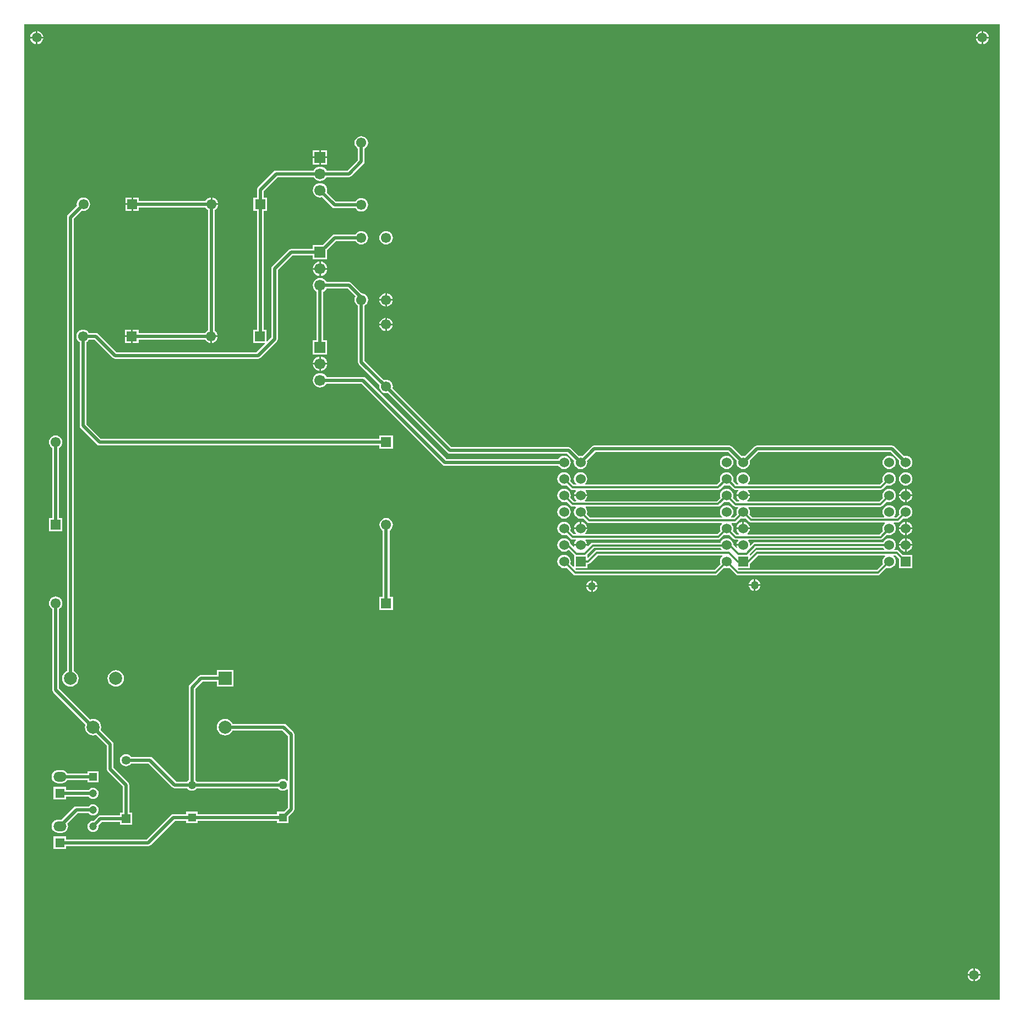
<source format=gbl>
G04*
G04 #@! TF.GenerationSoftware,Altium Limited,Altium Designer,20.0.14 (345)*
G04*
G04 Layer_Physical_Order=2*
G04 Layer_Color=16776960*
%FSLAX25Y25*%
%MOIN*%
G70*
G01*
G75*
%ADD16C,0.05118*%
%ADD17R,0.05118X0.05118*%
%ADD18C,0.06102*%
%ADD19R,0.06102X0.06102*%
%ADD21C,0.07874*%
%ADD22R,0.07874X0.07874*%
%ADD25C,0.04724*%
%ADD26R,0.04724X0.04724*%
%ADD36C,0.02000*%
%ADD37C,0.01900*%
%ADD38C,0.01200*%
%ADD39C,0.05315*%
%ADD40R,0.05315X0.05315*%
%ADD41C,0.06024*%
%ADD42R,0.06024X0.06024*%
%ADD44O,0.07874X0.05937*%
%ADD45C,0.06693*%
%ADD46R,0.06693X0.06693*%
%ADD47C,0.05000*%
%ADD48C,0.05906*%
%ADD49R,0.05709X0.05709*%
G36*
X590551Y0D02*
X0D01*
X-0Y590551D01*
X590551D01*
X590551Y0D01*
D02*
G37*
%LPC*%
G36*
X580500Y586421D02*
Y583000D01*
X583921D01*
X583851Y583532D01*
X583453Y584493D01*
X582819Y585319D01*
X581993Y585953D01*
X581032Y586351D01*
X580500Y586421D01*
D02*
G37*
G36*
X579500D02*
X578968Y586351D01*
X578007Y585953D01*
X577181Y585319D01*
X576547Y584493D01*
X576149Y583532D01*
X576079Y583000D01*
X579500D01*
Y586421D01*
D02*
G37*
G36*
X8000D02*
Y583000D01*
X11421D01*
X11351Y583532D01*
X10953Y584493D01*
X10319Y585319D01*
X9493Y585953D01*
X8532Y586351D01*
X8000Y586421D01*
D02*
G37*
G36*
X7000D02*
X6468Y586351D01*
X5507Y585953D01*
X4681Y585319D01*
X4047Y584493D01*
X3649Y583532D01*
X3579Y583000D01*
X7000D01*
Y586421D01*
D02*
G37*
G36*
X583921Y582000D02*
X580500D01*
Y578579D01*
X581032Y578649D01*
X581993Y579047D01*
X582819Y579681D01*
X583453Y580507D01*
X583851Y581468D01*
X583921Y582000D01*
D02*
G37*
G36*
X579500D02*
X576079D01*
X576149Y581468D01*
X576547Y580507D01*
X577181Y579681D01*
X578007Y579047D01*
X578968Y578649D01*
X579500Y578579D01*
Y582000D01*
D02*
G37*
G36*
X11421D02*
X8000D01*
Y578579D01*
X8532Y578649D01*
X9493Y579047D01*
X10319Y579681D01*
X10953Y580507D01*
X11351Y581468D01*
X11421Y582000D01*
D02*
G37*
G36*
X7000D02*
X3579D01*
X3649Y581468D01*
X4047Y580507D01*
X4681Y579681D01*
X5507Y579047D01*
X6468Y578649D01*
X7000Y578579D01*
Y582000D01*
D02*
G37*
G36*
X183346Y514347D02*
X179500D01*
Y510500D01*
X183346D01*
Y514347D01*
D02*
G37*
G36*
X178500D02*
X174653D01*
Y510500D01*
X178500D01*
Y514347D01*
D02*
G37*
G36*
X183346Y509500D02*
X179500D01*
Y505653D01*
X183346D01*
Y509500D01*
D02*
G37*
G36*
X178500D02*
X174653D01*
Y505653D01*
X178500D01*
Y509500D01*
D02*
G37*
G36*
X204000Y522866D02*
X202942Y522726D01*
X201957Y522318D01*
X201111Y521669D01*
X200461Y520823D01*
X200053Y519837D01*
X199914Y518780D01*
X200053Y517722D01*
X200461Y516737D01*
X201111Y515890D01*
X201957Y515241D01*
X201961Y515239D01*
Y508345D01*
X195655Y502039D01*
X182860D01*
X182797Y502192D01*
X182100Y503100D01*
X181192Y503797D01*
X180135Y504235D01*
X179000Y504384D01*
X177865Y504235D01*
X176808Y503797D01*
X175900Y503100D01*
X175203Y502192D01*
X175140Y502039D01*
X152500D01*
X151720Y501884D01*
X151058Y501442D01*
X141338Y491721D01*
X140896Y491060D01*
X140740Y490279D01*
Y485665D01*
X138728D01*
Y477563D01*
X140740D01*
Y405665D01*
X138492D01*
Y397563D01*
X145526D01*
X145717Y397101D01*
X140655Y392039D01*
X55845D01*
X44828Y403056D01*
X44166Y403498D01*
X43386Y403653D01*
X39056D01*
X39055Y403657D01*
X38405Y404503D01*
X37559Y405153D01*
X36573Y405561D01*
X35516Y405700D01*
X34458Y405561D01*
X33473Y405153D01*
X32626Y404503D01*
X31977Y403657D01*
X31569Y402672D01*
X31430Y401614D01*
X31569Y400557D01*
X31977Y399571D01*
X32626Y398725D01*
X33473Y398076D01*
X33477Y398074D01*
Y347484D01*
X33632Y346704D01*
X34074Y346042D01*
X44058Y336058D01*
X44720Y335616D01*
X45500Y335461D01*
X45500Y335461D01*
X214996D01*
Y333449D01*
X223098D01*
Y341551D01*
X214996D01*
Y339539D01*
X46345D01*
X37555Y348329D01*
Y398074D01*
X37559Y398076D01*
X38405Y398725D01*
X39055Y399571D01*
X39056Y399575D01*
X42541D01*
X53558Y388558D01*
X54220Y388116D01*
X55000Y387961D01*
X141500D01*
X142280Y388116D01*
X142942Y388558D01*
X152942Y398558D01*
X152942Y398558D01*
X153384Y399220D01*
X153539Y400000D01*
X153539Y400000D01*
Y441655D01*
X162345Y450461D01*
X174653D01*
Y448153D01*
X183346D01*
Y453963D01*
X188624Y459240D01*
X200460D01*
X200461Y459236D01*
X201111Y458390D01*
X201957Y457741D01*
X202942Y457333D01*
X204000Y457193D01*
X205058Y457333D01*
X206043Y457741D01*
X206889Y458390D01*
X207539Y459236D01*
X207947Y460222D01*
X208086Y461279D01*
X207947Y462337D01*
X207539Y463323D01*
X206889Y464169D01*
X206043Y464818D01*
X205058Y465226D01*
X204000Y465366D01*
X202942Y465226D01*
X201957Y464818D01*
X201111Y464169D01*
X200461Y463323D01*
X200460Y463319D01*
X187779D01*
X186999Y463164D01*
X186338Y462721D01*
X180463Y456847D01*
X174653D01*
Y454539D01*
X161500D01*
X161500Y454539D01*
X160720Y454384D01*
X160058Y453942D01*
X160058Y453942D01*
X150058Y443942D01*
X149616Y443280D01*
X149461Y442500D01*
Y400845D01*
X147056Y398440D01*
X146595Y398632D01*
Y405665D01*
X144819D01*
Y477563D01*
X146831D01*
Y485665D01*
X144819D01*
Y489435D01*
X153345Y497961D01*
X175140D01*
X175203Y497808D01*
X175900Y496900D01*
X176808Y496203D01*
X177865Y495765D01*
X179000Y495616D01*
X180135Y495765D01*
X181192Y496203D01*
X182100Y496900D01*
X182797Y497808D01*
X182860Y497961D01*
X196500D01*
X197280Y498116D01*
X197942Y498558D01*
X205442Y506058D01*
X205884Y506720D01*
X206039Y507500D01*
Y515239D01*
X206043Y515241D01*
X206889Y515890D01*
X207539Y516737D01*
X207947Y517722D01*
X208086Y518780D01*
X207947Y519837D01*
X207539Y520823D01*
X206889Y521669D01*
X206043Y522318D01*
X205058Y522726D01*
X204000Y522866D01*
D02*
G37*
G36*
X113752Y485635D02*
Y482114D01*
X117272D01*
X117199Y482672D01*
X116791Y483657D01*
X116141Y484504D01*
X115295Y485153D01*
X114310Y485561D01*
X113752Y485635D01*
D02*
G37*
G36*
X64780Y485665D02*
X61228D01*
Y482114D01*
X64780D01*
Y485665D01*
D02*
G37*
G36*
Y481114D02*
X61228D01*
Y477563D01*
X64780D01*
Y481114D01*
D02*
G37*
G36*
X35752Y485700D02*
X34694Y485561D01*
X33709Y485153D01*
X32863Y484504D01*
X32213Y483657D01*
X31805Y482672D01*
X31666Y481614D01*
X31805Y480557D01*
X31807Y480553D01*
X26357Y475103D01*
X25915Y474442D01*
X25760Y473661D01*
Y199027D01*
X25309Y198840D01*
X24278Y198049D01*
X23487Y197017D01*
X22989Y195816D01*
X22820Y194528D01*
X22989Y193239D01*
X23487Y192038D01*
X24278Y191006D01*
X25309Y190215D01*
X26510Y189718D01*
X27799Y189548D01*
X29088Y189718D01*
X30289Y190215D01*
X31320Y191006D01*
X32112Y192038D01*
X32609Y193239D01*
X32779Y194528D01*
X32609Y195816D01*
X32112Y197017D01*
X31320Y198049D01*
X30289Y198840D01*
X29838Y199027D01*
Y472817D01*
X34690Y477669D01*
X34694Y477667D01*
X35752Y477528D01*
X36810Y477667D01*
X37795Y478076D01*
X38641Y478725D01*
X39291Y479571D01*
X39699Y480557D01*
X39838Y481614D01*
X39699Y482672D01*
X39291Y483657D01*
X38641Y484504D01*
X37795Y485153D01*
X36810Y485561D01*
X35752Y485700D01*
D02*
G37*
G36*
X179000Y494384D02*
X177865Y494235D01*
X176808Y493797D01*
X175900Y493100D01*
X175203Y492192D01*
X174765Y491135D01*
X174616Y490000D01*
X174765Y488865D01*
X175203Y487808D01*
X175900Y486900D01*
X176808Y486203D01*
X177865Y485765D01*
X179000Y485616D01*
X180135Y485765D01*
X180338Y485850D01*
X186374Y479815D01*
X187019Y479384D01*
X187780Y479232D01*
X200439D01*
X200461Y479177D01*
X201111Y478331D01*
X201957Y477682D01*
X202942Y477274D01*
X204000Y477134D01*
X205058Y477274D01*
X206043Y477682D01*
X206889Y478331D01*
X207539Y479177D01*
X207947Y480163D01*
X208086Y481220D01*
X207947Y482278D01*
X207539Y483263D01*
X206889Y484110D01*
X206043Y484759D01*
X205058Y485167D01*
X204000Y485307D01*
X202942Y485167D01*
X201957Y484759D01*
X201111Y484110D01*
X200461Y483263D01*
X200439Y483209D01*
X188603D01*
X183150Y488662D01*
X183235Y488865D01*
X183384Y490000D01*
X183235Y491135D01*
X182797Y492192D01*
X182100Y493100D01*
X181192Y493797D01*
X180135Y494235D01*
X179000Y494384D01*
D02*
G37*
G36*
X219000Y465366D02*
X217942Y465226D01*
X216957Y464818D01*
X216111Y464169D01*
X215461Y463323D01*
X215053Y462337D01*
X214914Y461279D01*
X215053Y460222D01*
X215461Y459236D01*
X216111Y458390D01*
X216957Y457741D01*
X217942Y457333D01*
X219000Y457193D01*
X220058Y457333D01*
X221043Y457741D01*
X221889Y458390D01*
X222539Y459236D01*
X222947Y460222D01*
X223086Y461279D01*
X222947Y462337D01*
X222539Y463323D01*
X221889Y464169D01*
X221043Y464818D01*
X220058Y465226D01*
X219000Y465366D01*
D02*
G37*
G36*
X179500Y446818D02*
Y443000D01*
X183318D01*
X183235Y443635D01*
X182797Y444692D01*
X182100Y445600D01*
X181192Y446297D01*
X180135Y446735D01*
X179500Y446818D01*
D02*
G37*
G36*
X178500D02*
X177865Y446735D01*
X176808Y446297D01*
X175900Y445600D01*
X175203Y444692D01*
X174765Y443635D01*
X174682Y443000D01*
X178500D01*
Y446818D01*
D02*
G37*
G36*
X183318Y442000D02*
X179500D01*
Y438182D01*
X180135Y438265D01*
X181192Y438703D01*
X182100Y439400D01*
X182797Y440308D01*
X183235Y441365D01*
X183318Y442000D01*
D02*
G37*
G36*
X178500D02*
X174682D01*
X174765Y441365D01*
X175203Y440308D01*
X175900Y439400D01*
X176808Y438703D01*
X177865Y438265D01*
X178500Y438182D01*
Y442000D01*
D02*
G37*
G36*
X219500Y427741D02*
Y424221D01*
X223020D01*
X222947Y424778D01*
X222539Y425764D01*
X221889Y426610D01*
X221043Y427259D01*
X220058Y427667D01*
X219500Y427741D01*
D02*
G37*
G36*
X218500Y427741D02*
X217942Y427667D01*
X216957Y427259D01*
X216111Y426610D01*
X215461Y425764D01*
X215053Y424778D01*
X214980Y424221D01*
X218500D01*
Y427741D01*
D02*
G37*
G36*
X223020Y423220D02*
X219500D01*
Y419700D01*
X220058Y419774D01*
X221043Y420182D01*
X221889Y420831D01*
X222539Y421677D01*
X222947Y422663D01*
X223020Y423220D01*
D02*
G37*
G36*
X218500D02*
X214980D01*
X215053Y422663D01*
X215461Y421677D01*
X216111Y420831D01*
X216957Y420182D01*
X217942Y419774D01*
X218500Y419700D01*
Y423220D01*
D02*
G37*
G36*
X219500Y412800D02*
Y409279D01*
X223020D01*
X222947Y409837D01*
X222539Y410823D01*
X221889Y411669D01*
X221043Y412318D01*
X220058Y412726D01*
X219500Y412800D01*
D02*
G37*
G36*
X218500Y412800D02*
X217942Y412726D01*
X216957Y412318D01*
X216111Y411669D01*
X215461Y410823D01*
X215053Y409837D01*
X214980Y409279D01*
X218500D01*
Y412800D01*
D02*
G37*
G36*
Y408280D02*
X214980D01*
X215053Y407722D01*
X215461Y406737D01*
X216111Y405890D01*
X216957Y405241D01*
X217942Y404833D01*
X218500Y404759D01*
Y408280D01*
D02*
G37*
G36*
X223020D02*
X219500D01*
Y404759D01*
X220058Y404833D01*
X221043Y405241D01*
X221889Y405890D01*
X222539Y406737D01*
X222947Y407722D01*
X223020Y408280D01*
D02*
G37*
G36*
X69331Y485665D02*
X65780D01*
Y481614D01*
Y477563D01*
X69331D01*
Y479575D01*
X109712D01*
X109713Y479571D01*
X110363Y478725D01*
X111209Y478076D01*
X111213Y478074D01*
Y405252D01*
X110973Y405153D01*
X110126Y404503D01*
X109477Y403657D01*
X109475Y403653D01*
X69095D01*
Y405665D01*
X65543D01*
Y401614D01*
Y397563D01*
X69095D01*
Y399575D01*
X109475D01*
X109477Y399571D01*
X110126Y398725D01*
X110973Y398076D01*
X111958Y397667D01*
X112516Y397594D01*
Y401614D01*
X113016D01*
Y402114D01*
X117036D01*
X116963Y402672D01*
X116554Y403657D01*
X115905Y404503D01*
X115291Y404975D01*
Y478074D01*
X115295Y478076D01*
X116141Y478725D01*
X116791Y479571D01*
X117199Y480557D01*
X117272Y481114D01*
X113252D01*
Y481614D01*
X112752D01*
Y485635D01*
X112194Y485561D01*
X111209Y485153D01*
X110363Y484504D01*
X109713Y483657D01*
X109712Y483653D01*
X69331D01*
Y485665D01*
D02*
G37*
G36*
X64543Y405665D02*
X60992D01*
Y402114D01*
X64543D01*
Y405665D01*
D02*
G37*
G36*
X117036Y401114D02*
X113516D01*
Y397594D01*
X114073Y397667D01*
X115059Y398076D01*
X115905Y398725D01*
X116554Y399571D01*
X116963Y400557D01*
X117036Y401114D01*
D02*
G37*
G36*
X64543D02*
X60992D01*
Y397563D01*
X64543D01*
Y401114D01*
D02*
G37*
G36*
X179500Y389318D02*
Y385500D01*
X183318D01*
X183235Y386135D01*
X182797Y387192D01*
X182100Y388100D01*
X181192Y388797D01*
X180135Y389235D01*
X179500Y389318D01*
D02*
G37*
G36*
X178500D02*
X177865Y389235D01*
X176808Y388797D01*
X175900Y388100D01*
X175203Y387192D01*
X174765Y386135D01*
X174682Y385500D01*
X178500D01*
Y389318D01*
D02*
G37*
G36*
X183318Y384500D02*
X179500D01*
Y380682D01*
X180135Y380765D01*
X181192Y381203D01*
X182100Y381900D01*
X182797Y382808D01*
X183235Y383865D01*
X183318Y384500D01*
D02*
G37*
G36*
X178500D02*
X174682D01*
X174765Y383865D01*
X175203Y382808D01*
X175900Y381900D01*
X176808Y381203D01*
X177865Y380765D01*
X178500Y380682D01*
Y384500D01*
D02*
G37*
G36*
X179000Y436884D02*
X177865Y436735D01*
X176808Y436297D01*
X175900Y435600D01*
X175203Y434692D01*
X174765Y433635D01*
X174616Y432500D01*
X174765Y431365D01*
X175203Y430308D01*
X175900Y429400D01*
X176808Y428703D01*
X177012Y428619D01*
Y399346D01*
X174653D01*
Y390653D01*
X183346D01*
Y399346D01*
X180988D01*
Y428619D01*
X181192Y428703D01*
X182100Y429400D01*
X182797Y430308D01*
X182881Y430512D01*
X195677D01*
X200451Y425738D01*
X200053Y424778D01*
X199914Y423721D01*
X200053Y422663D01*
X200461Y421677D01*
X201111Y420831D01*
X201957Y420182D01*
X202012Y420159D01*
Y386000D01*
X202163Y385239D01*
X202594Y384594D01*
X215037Y372152D01*
X214914Y371220D01*
X215053Y370163D01*
X215461Y369177D01*
X216111Y368331D01*
X216957Y367682D01*
X217942Y367274D01*
X219000Y367134D01*
X220058Y367274D01*
X220112Y367296D01*
X256315Y331094D01*
X256960Y330663D01*
X257720Y330512D01*
X328724D01*
X332878Y326358D01*
X332863Y326323D01*
X332725Y325276D01*
X332863Y324228D01*
X333267Y323252D01*
X333910Y322414D01*
X334748Y321771D01*
X335724Y321367D01*
X336772Y321229D01*
X337819Y321367D01*
X338795Y321771D01*
X339633Y322414D01*
X340276Y323252D01*
X340680Y324228D01*
X340818Y325276D01*
X340680Y326323D01*
X340666Y326358D01*
X345883Y331575D01*
X426086D01*
X431303Y326358D01*
X431288Y326323D01*
X431150Y325276D01*
X431288Y324228D01*
X431693Y323252D01*
X432336Y322414D01*
X433174Y321771D01*
X434150Y321367D01*
X435197Y321229D01*
X436244Y321367D01*
X437220Y321771D01*
X438058Y322414D01*
X438701Y323252D01*
X439105Y324228D01*
X439243Y325276D01*
X439105Y326323D01*
X439091Y326358D01*
X444308Y331575D01*
X524511D01*
X529728Y326358D01*
X529713Y326323D01*
X529576Y325276D01*
X529713Y324228D01*
X530118Y323252D01*
X530761Y322414D01*
X531599Y321771D01*
X532575Y321367D01*
X533622Y321229D01*
X534669Y321367D01*
X535645Y321771D01*
X536483Y322414D01*
X537126Y323252D01*
X537531Y324228D01*
X537669Y325276D01*
X537531Y326323D01*
X537126Y327299D01*
X536483Y328137D01*
X535645Y328780D01*
X534669Y329184D01*
X533622Y329322D01*
X532575Y329184D01*
X532540Y329170D01*
X526741Y334969D01*
X526095Y335400D01*
X525335Y335551D01*
X443484D01*
X442723Y335400D01*
X442078Y334969D01*
X436279Y329170D01*
X436244Y329184D01*
X435197Y329322D01*
X434150Y329184D01*
X434115Y329170D01*
X428315Y334969D01*
X427670Y335400D01*
X426909Y335551D01*
X345059D01*
X344298Y335400D01*
X343653Y334969D01*
X337854Y329170D01*
X337819Y329184D01*
X336772Y329322D01*
X335724Y329184D01*
X335689Y329170D01*
X330953Y333906D01*
X330308Y334337D01*
X329547Y334488D01*
X258544D01*
X222924Y370108D01*
X222947Y370163D01*
X223086Y371220D01*
X222947Y372278D01*
X222539Y373264D01*
X221889Y374110D01*
X221043Y374759D01*
X220058Y375167D01*
X219000Y375307D01*
X217942Y375167D01*
X217732Y375080D01*
X205988Y386824D01*
Y420159D01*
X206043Y420182D01*
X206889Y420831D01*
X207539Y421677D01*
X207947Y422663D01*
X208086Y423721D01*
X207947Y424778D01*
X207539Y425764D01*
X206889Y426610D01*
X206043Y427259D01*
X205058Y427667D01*
X204006Y427806D01*
X197906Y433906D01*
X197261Y434337D01*
X196500Y434488D01*
X182881D01*
X182797Y434692D01*
X182100Y435600D01*
X181192Y436297D01*
X180135Y436735D01*
X179000Y436884D01*
D02*
G37*
G36*
X523622Y329322D02*
X522575Y329184D01*
X521599Y328780D01*
X520761Y328137D01*
X520118Y327299D01*
X519713Y326323D01*
X519576Y325276D01*
X519713Y324228D01*
X520118Y323252D01*
X520761Y322414D01*
X521599Y321771D01*
X522575Y321367D01*
X523622Y321229D01*
X524669Y321367D01*
X525645Y321771D01*
X526483Y322414D01*
X527126Y323252D01*
X527531Y324228D01*
X527669Y325276D01*
X527531Y326323D01*
X527126Y327299D01*
X526483Y328137D01*
X525645Y328780D01*
X524669Y329184D01*
X523622Y329322D01*
D02*
G37*
G36*
X425197D02*
X424150Y329184D01*
X423174Y328780D01*
X422336Y328137D01*
X421693Y327299D01*
X421288Y326323D01*
X421150Y325276D01*
X421288Y324228D01*
X421693Y323252D01*
X422336Y322414D01*
X423174Y321771D01*
X424150Y321367D01*
X425197Y321229D01*
X426244Y321367D01*
X427220Y321771D01*
X428058Y322414D01*
X428701Y323252D01*
X429105Y324228D01*
X429243Y325276D01*
X429105Y326323D01*
X428701Y327299D01*
X428058Y328137D01*
X427220Y328780D01*
X426244Y329184D01*
X425197Y329322D01*
D02*
G37*
G36*
X179000Y379384D02*
X177865Y379235D01*
X176808Y378797D01*
X175900Y378100D01*
X175203Y377192D01*
X174765Y376135D01*
X174616Y375000D01*
X174765Y373865D01*
X175203Y372808D01*
X175900Y371900D01*
X176808Y371203D01*
X177865Y370765D01*
X179000Y370616D01*
X180135Y370765D01*
X181192Y371203D01*
X182100Y371900D01*
X182797Y372808D01*
X182860Y372961D01*
X204155D01*
X253282Y323834D01*
X253282Y323834D01*
X253944Y323392D01*
X254724Y323236D01*
X254725Y323236D01*
X323280D01*
X323910Y322414D01*
X324748Y321771D01*
X325724Y321367D01*
X326772Y321229D01*
X327819Y321367D01*
X328795Y321771D01*
X329633Y322414D01*
X330276Y323252D01*
X330680Y324228D01*
X330818Y325276D01*
X330680Y326323D01*
X330276Y327299D01*
X329633Y328137D01*
X328795Y328780D01*
X327819Y329184D01*
X326772Y329322D01*
X325724Y329184D01*
X324748Y328780D01*
X323910Y328137D01*
X323280Y327315D01*
X255569D01*
X206442Y376442D01*
X205780Y376884D01*
X205000Y377039D01*
X182860D01*
X182797Y377192D01*
X182100Y378100D01*
X181192Y378797D01*
X180135Y379235D01*
X179000Y379384D01*
D02*
G37*
G36*
X523622Y319322D02*
X522575Y319184D01*
X521599Y318780D01*
X520761Y318137D01*
X520118Y317299D01*
X519713Y316323D01*
X519576Y315276D01*
X519713Y314228D01*
X519876Y313836D01*
X517961Y311922D01*
X438194D01*
X438089Y312233D01*
X438064Y312422D01*
X438701Y313252D01*
X439105Y314228D01*
X439243Y315276D01*
X439105Y316323D01*
X438701Y317299D01*
X438058Y318137D01*
X437220Y318780D01*
X436244Y319184D01*
X435197Y319322D01*
X434150Y319184D01*
X433174Y318780D01*
X432336Y318137D01*
X431693Y317299D01*
X431288Y316323D01*
X431150Y315276D01*
X431288Y314228D01*
X431693Y313252D01*
X432330Y312422D01*
X432305Y312233D01*
X432199Y311922D01*
X431074D01*
X429006Y313990D01*
X429105Y314228D01*
X429243Y315276D01*
X429105Y316323D01*
X428701Y317299D01*
X428058Y318137D01*
X427220Y318780D01*
X426244Y319184D01*
X425197Y319322D01*
X424150Y319184D01*
X423174Y318780D01*
X422336Y318137D01*
X421693Y317299D01*
X421288Y316323D01*
X421150Y315276D01*
X421288Y314228D01*
X421451Y313836D01*
X419382Y311768D01*
X339612D01*
X339442Y312268D01*
X339633Y312414D01*
X340276Y313252D01*
X340680Y314228D01*
X340818Y315276D01*
X340680Y316323D01*
X340276Y317299D01*
X339633Y318137D01*
X338795Y318780D01*
X337819Y319184D01*
X336772Y319322D01*
X335724Y319184D01*
X334748Y318780D01*
X333910Y318137D01*
X333267Y317299D01*
X332863Y316323D01*
X332725Y315276D01*
X332863Y314228D01*
X333267Y313252D01*
X333910Y312414D01*
X334101Y312268D01*
X333932Y311768D01*
X332587D01*
X330518Y313836D01*
X330680Y314228D01*
X330818Y315276D01*
X330680Y316323D01*
X330276Y317299D01*
X329633Y318137D01*
X328795Y318780D01*
X327819Y319184D01*
X326772Y319322D01*
X325724Y319184D01*
X324748Y318780D01*
X323910Y318137D01*
X323267Y317299D01*
X322863Y316323D01*
X322725Y315276D01*
X322863Y314228D01*
X323267Y313252D01*
X323910Y312414D01*
X324748Y311771D01*
X325724Y311367D01*
X326772Y311229D01*
X327819Y311367D01*
X328211Y311529D01*
X330757Y308983D01*
X331287Y308629D01*
X331911Y308505D01*
X333624D01*
X333809Y308005D01*
X333267Y307299D01*
X332863Y306323D01*
X332791Y305776D01*
X336772D01*
X340752D01*
X340680Y306323D01*
X340276Y307299D01*
X339734Y308005D01*
X339919Y308505D01*
X420058D01*
X420682Y308629D01*
X421211Y308983D01*
X423758Y311529D01*
X424150Y311367D01*
X425197Y311229D01*
X426244Y311367D01*
X426789Y311593D01*
X429245Y309137D01*
X429774Y308783D01*
X430398Y308659D01*
X432239D01*
X432399Y308186D01*
X432336Y308137D01*
X431693Y307299D01*
X431288Y306323D01*
X431216Y305776D01*
X435197D01*
X439178D01*
X439105Y306323D01*
X438701Y307299D01*
X438058Y308137D01*
X437994Y308186D01*
X438155Y308659D01*
X518637D01*
X519261Y308783D01*
X519791Y309137D01*
X522183Y311529D01*
X522575Y311367D01*
X523622Y311229D01*
X524669Y311367D01*
X525645Y311771D01*
X526483Y312414D01*
X527126Y313252D01*
X527531Y314228D01*
X527669Y315276D01*
X527531Y316323D01*
X527126Y317299D01*
X526483Y318137D01*
X525645Y318780D01*
X524669Y319184D01*
X523622Y319322D01*
D02*
G37*
G36*
X533622D02*
X532575Y319184D01*
X531599Y318780D01*
X530761Y318137D01*
X530118Y317299D01*
X529713Y316323D01*
X529576Y315276D01*
X529713Y314228D01*
X530118Y313252D01*
X530761Y312414D01*
X531599Y311771D01*
X532575Y311367D01*
X533622Y311229D01*
X534669Y311367D01*
X535645Y311771D01*
X536483Y312414D01*
X537126Y313252D01*
X537531Y314228D01*
X537669Y315276D01*
X537531Y316323D01*
X537126Y317299D01*
X536483Y318137D01*
X535645Y318780D01*
X534669Y319184D01*
X533622Y319322D01*
D02*
G37*
G36*
X534122Y309256D02*
Y305776D01*
X537603D01*
X537531Y306323D01*
X537126Y307299D01*
X536483Y308137D01*
X535645Y308780D01*
X534669Y309184D01*
X534122Y309256D01*
D02*
G37*
G36*
X533122D02*
X532575Y309184D01*
X531599Y308780D01*
X530761Y308137D01*
X530118Y307299D01*
X529713Y306323D01*
X529641Y305776D01*
X533122D01*
Y309256D01*
D02*
G37*
G36*
X523622Y309322D02*
X522575Y309184D01*
X521599Y308780D01*
X520761Y308137D01*
X520118Y307299D01*
X519713Y306323D01*
X519576Y305276D01*
X519713Y304228D01*
X519876Y303836D01*
X517643Y301604D01*
X437823D01*
X437653Y302104D01*
X438058Y302414D01*
X438701Y303252D01*
X439105Y304228D01*
X439178Y304776D01*
X435197D01*
X431216D01*
X431288Y304228D01*
X431693Y303252D01*
X432336Y302414D01*
X432740Y302104D01*
X432571Y301604D01*
X431176D01*
X428943Y303836D01*
X429105Y304228D01*
X429243Y305276D01*
X429105Y306323D01*
X428701Y307299D01*
X428058Y308137D01*
X427220Y308780D01*
X426244Y309184D01*
X425197Y309322D01*
X424150Y309184D01*
X423174Y308780D01*
X422336Y308137D01*
X421693Y307299D01*
X421288Y306323D01*
X421150Y305276D01*
X421288Y304228D01*
X421451Y303836D01*
X419322Y301708D01*
X339533D01*
X339364Y302208D01*
X339633Y302414D01*
X340276Y303252D01*
X340680Y304228D01*
X340752Y304776D01*
X336772D01*
X332791D01*
X332863Y304228D01*
X333267Y303252D01*
X333910Y302414D01*
X334180Y302208D01*
X334010Y301708D01*
X332647D01*
X330518Y303836D01*
X330680Y304228D01*
X330818Y305276D01*
X330680Y306323D01*
X330276Y307299D01*
X329633Y308137D01*
X328795Y308780D01*
X327819Y309184D01*
X326772Y309322D01*
X325724Y309184D01*
X324748Y308780D01*
X323910Y308137D01*
X323267Y307299D01*
X322863Y306323D01*
X322725Y305276D01*
X322863Y304228D01*
X323267Y303252D01*
X323910Y302414D01*
X324748Y301771D01*
X325724Y301367D01*
X326772Y301229D01*
X327819Y301367D01*
X328211Y301529D01*
X330817Y298923D01*
X331347Y298569D01*
X331971Y298445D01*
X333520D01*
X333763Y297945D01*
X333267Y297299D01*
X332863Y296323D01*
X332725Y295276D01*
X332863Y294228D01*
X333267Y293252D01*
X333910Y292414D01*
X334748Y291771D01*
X335724Y291367D01*
X336772Y291229D01*
X337819Y291367D01*
X338211Y291529D01*
X340696Y289044D01*
X341225Y288691D01*
X341849Y288566D01*
X422156D01*
X422282Y288066D01*
X421693Y287299D01*
X421288Y286323D01*
X421150Y285276D01*
X421288Y284228D01*
X421451Y283836D01*
X419479Y281865D01*
X339694D01*
X339534Y282338D01*
X339633Y282414D01*
X340276Y283252D01*
X340680Y284228D01*
X340752Y284776D01*
X336772D01*
X332791D01*
X332863Y284228D01*
X333267Y283252D01*
X333910Y282414D01*
X334010Y282338D01*
X333849Y281865D01*
X332489D01*
X330518Y283836D01*
X330680Y284228D01*
X330818Y285276D01*
X330680Y286323D01*
X330276Y287299D01*
X329633Y288137D01*
X328795Y288780D01*
X327819Y289184D01*
X326772Y289322D01*
X325724Y289184D01*
X324748Y288780D01*
X323910Y288137D01*
X323267Y287299D01*
X322863Y286323D01*
X322725Y285276D01*
X322863Y284228D01*
X323267Y283252D01*
X323910Y282414D01*
X324748Y281771D01*
X325724Y281367D01*
X326772Y281229D01*
X327819Y281367D01*
X328211Y281529D01*
X330660Y279080D01*
X331189Y278726D01*
X331814Y278602D01*
X333752D01*
X333839Y278348D01*
X333884Y278102D01*
X333267Y277299D01*
X332863Y276323D01*
X332791Y275776D01*
X336772D01*
X340752D01*
X340680Y276323D01*
X340276Y277299D01*
X339660Y278102D01*
X339704Y278348D01*
X339791Y278602D01*
X420155D01*
X420779Y278726D01*
X421308Y279080D01*
X423758Y281529D01*
X424150Y281367D01*
X425197Y281229D01*
X426244Y281367D01*
X426636Y281529D01*
X429256Y278909D01*
X429785Y278556D01*
X430409Y278432D01*
X431931D01*
X432178Y277932D01*
X431693Y277299D01*
X431288Y276323D01*
X431216Y275776D01*
X435197D01*
Y274776D01*
X431216D01*
X431288Y274228D01*
X431510Y273693D01*
X431086Y273410D01*
X429241Y275255D01*
X429243Y275276D01*
X429105Y276323D01*
X428701Y277299D01*
X428058Y278137D01*
X427220Y278780D01*
X426244Y279184D01*
X425197Y279322D01*
X424150Y279184D01*
X423174Y278780D01*
X422336Y278137D01*
X421693Y277299D01*
X421442Y276694D01*
X344126D01*
X343502Y276570D01*
X342972Y276217D01*
X341215Y274459D01*
X340741Y274693D01*
X340752Y274776D01*
X336772D01*
X332791D01*
X332846Y274357D01*
X332463Y274113D01*
X332401Y274095D01*
X330757Y275739D01*
X330680Y276323D01*
X330276Y277299D01*
X329633Y278137D01*
X328795Y278780D01*
X327819Y279184D01*
X326772Y279322D01*
X325724Y279184D01*
X324748Y278780D01*
X323910Y278137D01*
X323267Y277299D01*
X322863Y276323D01*
X322725Y275276D01*
X322863Y274228D01*
X323267Y273252D01*
X323910Y272414D01*
X324748Y271771D01*
X325724Y271367D01*
X326772Y271229D01*
X327819Y271367D01*
X328795Y271771D01*
X329539Y272342D01*
X332760Y269122D01*
Y262248D01*
X332298Y262056D01*
X330518Y263836D01*
X330680Y264228D01*
X330818Y265276D01*
X330680Y266323D01*
X330276Y267299D01*
X329633Y268137D01*
X328795Y268780D01*
X327819Y269184D01*
X326772Y269322D01*
X325724Y269184D01*
X324748Y268780D01*
X323910Y268137D01*
X323267Y267299D01*
X322863Y266323D01*
X322725Y265276D01*
X322863Y264228D01*
X323267Y263252D01*
X323910Y262414D01*
X324748Y261771D01*
X325724Y261367D01*
X326772Y261229D01*
X327819Y261367D01*
X328211Y261529D01*
X332331Y257410D01*
X332860Y257056D01*
X333484Y256932D01*
X418484D01*
X419108Y257056D01*
X419638Y257410D01*
X423758Y261529D01*
X424150Y261367D01*
X425197Y261229D01*
X426244Y261367D01*
X426636Y261529D01*
X430756Y257410D01*
X431285Y257056D01*
X431910Y256932D01*
X516909D01*
X517534Y257056D01*
X518063Y257410D01*
X522183Y261529D01*
X522575Y261367D01*
X523622Y261229D01*
X524669Y261367D01*
X525645Y261771D01*
X526483Y262414D01*
X527126Y263252D01*
X527531Y264228D01*
X527669Y265276D01*
X527531Y266323D01*
X527126Y267299D01*
X526483Y268137D01*
X526099Y268432D01*
X526269Y268932D01*
X527659D01*
X529610Y266980D01*
Y261264D01*
X537634D01*
Y269287D01*
X531917D01*
X529488Y271716D01*
X528959Y272070D01*
X528335Y272194D01*
X526945D01*
X526698Y272694D01*
X527126Y273252D01*
X527531Y274228D01*
X527669Y275276D01*
X527531Y276323D01*
X527126Y277299D01*
X526483Y278137D01*
X525645Y278780D01*
X524669Y279184D01*
X523622Y279322D01*
X522575Y279184D01*
X521599Y278780D01*
X520761Y278137D01*
X520118Y277299D01*
X519955Y276907D01*
X442339D01*
X441714Y276783D01*
X441185Y276429D01*
X439674Y274918D01*
X439225Y275139D01*
X439243Y275276D01*
X439105Y276323D01*
X438701Y277299D01*
X438216Y277932D01*
X438462Y278432D01*
X518409D01*
X519034Y278556D01*
X519563Y278909D01*
X522183Y281529D01*
X522575Y281367D01*
X523622Y281229D01*
X524669Y281367D01*
X525645Y281771D01*
X526483Y282414D01*
X527126Y283252D01*
X527531Y284228D01*
X527669Y285276D01*
X527531Y286323D01*
X527126Y287299D01*
X526483Y288137D01*
X526269Y288301D01*
X526430Y288774D01*
X528752D01*
X529377Y288899D01*
X529906Y289252D01*
X532183Y291529D01*
X532575Y291367D01*
X533622Y291229D01*
X534669Y291367D01*
X535645Y291771D01*
X536483Y292414D01*
X537126Y293252D01*
X537531Y294228D01*
X537669Y295276D01*
X537531Y296323D01*
X537126Y297299D01*
X536483Y298137D01*
X535645Y298780D01*
X534669Y299184D01*
X533622Y299322D01*
X532575Y299184D01*
X531599Y298780D01*
X530761Y298137D01*
X530118Y297299D01*
X529713Y296323D01*
X529576Y295276D01*
X529713Y294228D01*
X529876Y293836D01*
X528077Y292037D01*
X526754D01*
X526578Y292537D01*
X527126Y293252D01*
X527531Y294228D01*
X527669Y295276D01*
X527531Y296323D01*
X527126Y297299D01*
X526483Y298137D01*
X525645Y298780D01*
X524669Y299184D01*
X523622Y299322D01*
X522575Y299184D01*
X521599Y298780D01*
X520761Y298137D01*
X520118Y297299D01*
X519713Y296323D01*
X519576Y295276D01*
X519713Y294228D01*
X520118Y293252D01*
X520667Y292537D01*
X520490Y292037D01*
X440742D01*
X438943Y293836D01*
X439105Y294228D01*
X439243Y295276D01*
X439105Y296323D01*
X438701Y297299D01*
X438285Y297841D01*
X438532Y298341D01*
X518319D01*
X518943Y298465D01*
X519472Y298819D01*
X522183Y301529D01*
X522575Y301367D01*
X523622Y301229D01*
X524669Y301367D01*
X525645Y301771D01*
X526483Y302414D01*
X527126Y303252D01*
X527531Y304228D01*
X527669Y305276D01*
X527531Y306323D01*
X527126Y307299D01*
X526483Y308137D01*
X525645Y308780D01*
X524669Y309184D01*
X523622Y309322D01*
D02*
G37*
G36*
X533122Y304776D02*
X529641D01*
X529713Y304228D01*
X530118Y303252D01*
X530761Y302414D01*
X531599Y301771D01*
X532575Y301367D01*
X533122Y301295D01*
Y304776D01*
D02*
G37*
G36*
X537603D02*
X534122D01*
Y301295D01*
X534669Y301367D01*
X535645Y301771D01*
X536483Y302414D01*
X537126Y303252D01*
X537531Y304228D01*
X537603Y304776D01*
D02*
G37*
G36*
X326772Y299322D02*
X325724Y299184D01*
X324748Y298780D01*
X323910Y298137D01*
X323267Y297299D01*
X322863Y296323D01*
X322725Y295276D01*
X322863Y294228D01*
X323267Y293252D01*
X323910Y292414D01*
X324748Y291771D01*
X325724Y291367D01*
X326772Y291229D01*
X327819Y291367D01*
X328795Y291771D01*
X329633Y292414D01*
X330276Y293252D01*
X330680Y294228D01*
X330818Y295276D01*
X330680Y296323D01*
X330276Y297299D01*
X329633Y298137D01*
X328795Y298780D01*
X327819Y299184D01*
X326772Y299322D01*
D02*
G37*
G36*
X534122Y289256D02*
Y285776D01*
X537603D01*
X537531Y286323D01*
X537126Y287299D01*
X536483Y288137D01*
X535645Y288780D01*
X534669Y289184D01*
X534122Y289256D01*
D02*
G37*
G36*
X533122D02*
X532575Y289184D01*
X531599Y288780D01*
X530761Y288137D01*
X530118Y287299D01*
X529713Y286323D01*
X529641Y285776D01*
X533122D01*
Y289256D01*
D02*
G37*
G36*
X337272Y289256D02*
Y285776D01*
X340752D01*
X340680Y286323D01*
X340276Y287299D01*
X339633Y288137D01*
X338795Y288780D01*
X337819Y289184D01*
X337272Y289256D01*
D02*
G37*
G36*
X336272Y289256D02*
X335724Y289184D01*
X334748Y288780D01*
X333910Y288137D01*
X333267Y287299D01*
X332863Y286323D01*
X332791Y285776D01*
X336272D01*
Y289256D01*
D02*
G37*
G36*
X18953Y341586D02*
X17895Y341447D01*
X16910Y341039D01*
X16063Y340389D01*
X15414Y339543D01*
X15006Y338558D01*
X14867Y337500D01*
X15006Y336442D01*
X15414Y335457D01*
X16063Y334611D01*
X16910Y333961D01*
X16914Y333960D01*
Y291551D01*
X14902D01*
Y283449D01*
X23004D01*
Y291551D01*
X20992D01*
Y333960D01*
X20996Y333961D01*
X21842Y334611D01*
X22491Y335457D01*
X22900Y336442D01*
X23039Y337500D01*
X22900Y338558D01*
X22491Y339543D01*
X21842Y340389D01*
X20996Y341039D01*
X20010Y341447D01*
X18953Y341586D01*
D02*
G37*
G36*
X533122Y284776D02*
X529641D01*
X529713Y284228D01*
X530118Y283252D01*
X530761Y282414D01*
X531599Y281771D01*
X532575Y281367D01*
X533122Y281295D01*
Y284776D01*
D02*
G37*
G36*
X537603D02*
X534122D01*
Y281295D01*
X534669Y281367D01*
X535645Y281771D01*
X536483Y282414D01*
X537126Y283252D01*
X537531Y284228D01*
X537603Y284776D01*
D02*
G37*
G36*
X534122Y279256D02*
Y275776D01*
X537603D01*
X537531Y276323D01*
X537126Y277299D01*
X536483Y278137D01*
X535645Y278780D01*
X534669Y279184D01*
X534122Y279256D01*
D02*
G37*
G36*
X533122D02*
X532575Y279184D01*
X531599Y278780D01*
X530761Y278137D01*
X530118Y277299D01*
X529713Y276323D01*
X529641Y275776D01*
X533122D01*
Y279256D01*
D02*
G37*
G36*
X533622Y275276D02*
D01*
D01*
D01*
D02*
G37*
G36*
X533122Y274776D02*
X529641D01*
X529713Y274228D01*
X530118Y273252D01*
X530761Y272414D01*
X531599Y271771D01*
X532575Y271367D01*
X533122Y271295D01*
Y274776D01*
D02*
G37*
G36*
X537603D02*
X534122D01*
Y271295D01*
X534669Y271367D01*
X535645Y271771D01*
X536483Y272414D01*
X537126Y273252D01*
X537531Y274228D01*
X537603Y274776D01*
D02*
G37*
G36*
X442626Y254527D02*
Y251563D01*
X445590D01*
X445536Y251977D01*
X445183Y252828D01*
X444622Y253559D01*
X443891Y254120D01*
X443040Y254473D01*
X442626Y254527D01*
D02*
G37*
G36*
X441626D02*
X441212Y254473D01*
X440361Y254120D01*
X439630Y253559D01*
X439069Y252828D01*
X438716Y251977D01*
X438662Y251563D01*
X441626D01*
Y254527D01*
D02*
G37*
G36*
X344083Y253740D02*
Y250776D01*
X347047D01*
X346993Y251189D01*
X346640Y252041D01*
X346079Y252772D01*
X345348Y253333D01*
X344496Y253685D01*
X344083Y253740D01*
D02*
G37*
G36*
X343083D02*
X342669Y253685D01*
X341818Y253333D01*
X341086Y252772D01*
X340525Y252041D01*
X340173Y251189D01*
X340118Y250776D01*
X343083D01*
Y253740D01*
D02*
G37*
G36*
X445590Y250563D02*
X442626D01*
Y247599D01*
X443040Y247653D01*
X443891Y248006D01*
X444622Y248567D01*
X445183Y249298D01*
X445536Y250149D01*
X445590Y250563D01*
D02*
G37*
G36*
X441626D02*
X438662D01*
X438716Y250149D01*
X439069Y249298D01*
X439630Y248567D01*
X440361Y248006D01*
X441212Y247653D01*
X441626Y247599D01*
Y250563D01*
D02*
G37*
G36*
X347047Y249776D02*
X344083D01*
Y246811D01*
X344496Y246866D01*
X345348Y247218D01*
X346079Y247779D01*
X346640Y248511D01*
X346993Y249362D01*
X347047Y249776D01*
D02*
G37*
G36*
X343083D02*
X340118D01*
X340173Y249362D01*
X340525Y248511D01*
X341086Y247779D01*
X341818Y247218D01*
X342669Y246866D01*
X343083Y246811D01*
Y249776D01*
D02*
G37*
G36*
X219047Y291586D02*
X217990Y291447D01*
X217004Y291039D01*
X216158Y290389D01*
X215509Y289543D01*
X215100Y288558D01*
X214961Y287500D01*
X215100Y286442D01*
X215509Y285457D01*
X216158Y284611D01*
X217004Y283961D01*
X217008Y283960D01*
Y244051D01*
X214996D01*
Y235949D01*
X223098D01*
Y244051D01*
X221086D01*
Y283960D01*
X221090Y283961D01*
X221937Y284611D01*
X222586Y285457D01*
X222994Y286442D01*
X223133Y287500D01*
X222994Y288558D01*
X222586Y289543D01*
X221937Y290389D01*
X221090Y291039D01*
X220105Y291447D01*
X219047Y291586D01*
D02*
G37*
G36*
X126437Y199465D02*
X116563D01*
Y196567D01*
X107028D01*
X106247Y196412D01*
X105586Y195969D01*
X100058Y190442D01*
X99616Y189780D01*
X99461Y189000D01*
Y132921D01*
X98962Y132538D01*
X98579Y132039D01*
X91845D01*
X77442Y146442D01*
X76780Y146884D01*
X76000Y147039D01*
X64545D01*
X64109Y147608D01*
X63345Y148195D01*
X62455Y148563D01*
X61500Y148689D01*
X60545Y148563D01*
X59655Y148195D01*
X58891Y147608D01*
X58305Y146844D01*
X57937Y145955D01*
X57811Y145000D01*
X57937Y144045D01*
X58305Y143156D01*
X58891Y142392D01*
X59655Y141805D01*
X60545Y141437D01*
X61500Y141311D01*
X62455Y141437D01*
X63345Y141805D01*
X64109Y142392D01*
X64545Y142961D01*
X75155D01*
X89558Y128558D01*
X90220Y128116D01*
X91000Y127961D01*
X98579D01*
X98962Y127462D01*
X99705Y126891D01*
X100571Y126533D01*
X101500Y126410D01*
X102429Y126533D01*
X103295Y126891D01*
X104038Y127462D01*
X104421Y127961D01*
X153579D01*
X153962Y127462D01*
X154705Y126891D01*
X155571Y126533D01*
X156500Y126410D01*
X157429Y126533D01*
X158295Y126891D01*
X158961Y127402D01*
X159461Y127269D01*
Y116160D01*
X157175Y113874D01*
X152941D01*
Y112354D01*
X105059D01*
Y113874D01*
X97941D01*
Y112354D01*
X90315D01*
X89535Y112199D01*
X88873Y111757D01*
X74155Y97039D01*
X25354D01*
Y98854D01*
X17646D01*
Y91146D01*
X25354D01*
Y92961D01*
X75000D01*
X75780Y93116D01*
X76442Y93558D01*
X91160Y108276D01*
X97941D01*
Y106756D01*
X105059D01*
Y108276D01*
X152941D01*
Y106756D01*
X160059D01*
Y110990D01*
X162942Y113873D01*
X163384Y114535D01*
X163539Y115315D01*
Y160500D01*
X163384Y161280D01*
X162942Y161942D01*
X158442Y166442D01*
X157780Y166884D01*
X157000Y167039D01*
X125999D01*
X125812Y167490D01*
X125021Y168521D01*
X123990Y169313D01*
X122789Y169810D01*
X121500Y169980D01*
X120211Y169810D01*
X119010Y169313D01*
X117979Y168521D01*
X117188Y167490D01*
X116690Y166289D01*
X116520Y165000D01*
X116690Y163711D01*
X117188Y162510D01*
X117979Y161479D01*
X119010Y160687D01*
X120211Y160190D01*
X121500Y160020D01*
X122789Y160190D01*
X123990Y160687D01*
X125021Y161479D01*
X125812Y162510D01*
X125999Y162961D01*
X156155D01*
X159461Y159655D01*
Y132730D01*
X158961Y132598D01*
X158295Y133109D01*
X157429Y133467D01*
X156500Y133590D01*
X155571Y133467D01*
X154705Y133109D01*
X153962Y132538D01*
X153579Y132039D01*
X104421D01*
X104038Y132538D01*
X103539Y132921D01*
Y188155D01*
X107872Y192488D01*
X116563D01*
Y189591D01*
X126437D01*
Y199465D01*
D02*
G37*
G36*
X55358Y199507D02*
X54069Y199337D01*
X52868Y198840D01*
X51837Y198049D01*
X51046Y197017D01*
X50548Y195816D01*
X50379Y194528D01*
X50548Y193239D01*
X51046Y192038D01*
X51837Y191006D01*
X52868Y190215D01*
X54069Y189718D01*
X55358Y189548D01*
X56647Y189718D01*
X57848Y190215D01*
X58879Y191006D01*
X59671Y192038D01*
X60168Y193239D01*
X60338Y194528D01*
X60168Y195816D01*
X59671Y197017D01*
X58879Y198049D01*
X57848Y198840D01*
X56647Y199337D01*
X55358Y199507D01*
D02*
G37*
G36*
X22468Y139003D02*
X20531D01*
X19496Y138866D01*
X18530Y138467D01*
X17701Y137830D01*
X17065Y137001D01*
X16665Y136036D01*
X16529Y135000D01*
X16665Y133964D01*
X17065Y132999D01*
X17701Y132170D01*
X18530Y131534D01*
X19496Y131134D01*
X20531Y130997D01*
X22468D01*
X23505Y131134D01*
X24470Y131534D01*
X25299Y132170D01*
X25906Y132961D01*
X38138D01*
Y131638D01*
X44862D01*
Y138362D01*
X38138D01*
Y137039D01*
X25906D01*
X25299Y137830D01*
X24470Y138467D01*
X23505Y138866D01*
X22468Y139003D01*
D02*
G37*
G36*
X25354Y128854D02*
X17646D01*
Y121146D01*
X25354D01*
Y122961D01*
X38827D01*
X39102Y122602D01*
X39804Y122063D01*
X40622Y121724D01*
X41500Y121609D01*
X42378Y121724D01*
X43196Y122063D01*
X43898Y122602D01*
X44437Y123304D01*
X44776Y124122D01*
X44891Y125000D01*
X44776Y125878D01*
X44437Y126696D01*
X43898Y127398D01*
X43196Y127937D01*
X42378Y128276D01*
X41500Y128391D01*
X40622Y128276D01*
X39804Y127937D01*
X39102Y127398D01*
X38827Y127039D01*
X25354D01*
Y128854D01*
D02*
G37*
G36*
X41500Y118391D02*
X40622Y118276D01*
X39804Y117937D01*
X39102Y117398D01*
X38827Y117039D01*
X31500D01*
X31500Y117039D01*
X30720Y116884D01*
X30058Y116442D01*
X30058Y116442D01*
X22601Y108985D01*
X22468Y109003D01*
X20531D01*
X19496Y108866D01*
X18530Y108466D01*
X17701Y107830D01*
X17065Y107001D01*
X16665Y106036D01*
X16529Y105000D01*
X16665Y103964D01*
X17065Y102999D01*
X17701Y102170D01*
X18530Y101533D01*
X19496Y101134D01*
X20531Y100997D01*
X22468D01*
X23505Y101134D01*
X24470Y101533D01*
X25299Y102170D01*
X25935Y102999D01*
X26335Y103964D01*
X26471Y105000D01*
X26335Y106036D01*
X26067Y106683D01*
X32345Y112961D01*
X38827D01*
X39102Y112602D01*
X39804Y112063D01*
X40622Y111724D01*
X41500Y111609D01*
X42378Y111724D01*
X43196Y112063D01*
X43898Y112602D01*
X44437Y113304D01*
X44776Y114122D01*
X44891Y115000D01*
X44776Y115878D01*
X44437Y116696D01*
X43898Y117398D01*
X43196Y117937D01*
X42378Y118276D01*
X41500Y118391D01*
D02*
G37*
G36*
X18953Y244086D02*
X17895Y243947D01*
X16910Y243539D01*
X16063Y242889D01*
X15414Y242043D01*
X15006Y241058D01*
X14867Y240000D01*
X15006Y238942D01*
X15414Y237957D01*
X16063Y237111D01*
X16910Y236461D01*
X16961Y236440D01*
Y187500D01*
X17116Y186720D01*
X17558Y186058D01*
X36932Y166684D01*
X36769Y166289D01*
X36599Y165000D01*
X36769Y163711D01*
X37266Y162510D01*
X38058Y161479D01*
X39089Y160687D01*
X40290Y160190D01*
X41579Y160020D01*
X42868Y160190D01*
X43318Y160377D01*
X49961Y153734D01*
Y139500D01*
X50116Y138720D01*
X50558Y138058D01*
X59461Y129155D01*
Y113224D01*
X57842D01*
Y111606D01*
X46067D01*
X45287Y111451D01*
X44625Y111009D01*
X41948Y108332D01*
X41500Y108391D01*
X40622Y108276D01*
X39804Y107937D01*
X39102Y107398D01*
X38563Y106696D01*
X38224Y105878D01*
X38109Y105000D01*
X38224Y104122D01*
X38563Y103304D01*
X39102Y102602D01*
X39804Y102063D01*
X40622Y101724D01*
X41500Y101609D01*
X42378Y101724D01*
X43196Y102063D01*
X43898Y102602D01*
X44437Y103304D01*
X44776Y104122D01*
X44891Y105000D01*
X44832Y105448D01*
X46912Y107528D01*
X57842D01*
Y105909D01*
X65158D01*
Y113224D01*
X63539D01*
Y130000D01*
X63384Y130780D01*
X62942Y131442D01*
X54039Y140345D01*
Y154579D01*
X53884Y155359D01*
X53442Y156021D01*
X46202Y163261D01*
X46389Y163711D01*
X46558Y165000D01*
X46389Y166289D01*
X45891Y167490D01*
X45100Y168521D01*
X44069Y169313D01*
X42868Y169810D01*
X41579Y169980D01*
X40290Y169810D01*
X39784Y169600D01*
X21039Y188345D01*
Y236495D01*
X21842Y237111D01*
X22491Y237957D01*
X22900Y238942D01*
X23039Y240000D01*
X22900Y241058D01*
X22491Y242043D01*
X21842Y242889D01*
X20996Y243539D01*
X20010Y243947D01*
X18953Y244086D01*
D02*
G37*
G36*
X575500Y18921D02*
Y15500D01*
X578921D01*
X578851Y16032D01*
X578453Y16993D01*
X577819Y17819D01*
X576993Y18453D01*
X576032Y18851D01*
X575500Y18921D01*
D02*
G37*
G36*
X574500D02*
X573968Y18851D01*
X573007Y18453D01*
X572181Y17819D01*
X571547Y16993D01*
X571149Y16032D01*
X571079Y15500D01*
X574500D01*
Y18921D01*
D02*
G37*
G36*
X578921Y14500D02*
X575500D01*
Y11079D01*
X576032Y11149D01*
X576993Y11547D01*
X577819Y12181D01*
X578453Y13007D01*
X578851Y13968D01*
X578921Y14500D01*
D02*
G37*
G36*
X574500D02*
X571079D01*
X571149Y13968D01*
X571547Y13007D01*
X572181Y12181D01*
X573007Y11547D01*
X573968Y11149D01*
X574500Y11079D01*
Y14500D01*
D02*
G37*
%LPD*%
G36*
X429347Y298819D02*
X429876Y298465D01*
X430500Y298341D01*
X431862D01*
X432108Y297841D01*
X431693Y297299D01*
X431288Y296323D01*
X431150Y295276D01*
X431288Y294228D01*
X431451Y293836D01*
X429443Y291829D01*
X428073D01*
X427913Y292303D01*
X428058Y292414D01*
X428701Y293252D01*
X429105Y294228D01*
X429243Y295276D01*
X429105Y296323D01*
X428701Y297299D01*
X428058Y298137D01*
X427220Y298780D01*
X426244Y299184D01*
X425197Y299322D01*
X424150Y299184D01*
X423174Y298780D01*
X422336Y298137D01*
X421693Y297299D01*
X421288Y296323D01*
X421150Y295276D01*
X421288Y294228D01*
X421693Y293252D01*
X422336Y292414D01*
X422481Y292303D01*
X422321Y291829D01*
X342525D01*
X340518Y293836D01*
X340680Y294228D01*
X340818Y295276D01*
X340680Y296323D01*
X340276Y297299D01*
X339780Y297945D01*
X340023Y298445D01*
X419998D01*
X420622Y298569D01*
X421151Y298923D01*
X423758Y301529D01*
X424150Y301367D01*
X425197Y301229D01*
X426244Y301367D01*
X426636Y301529D01*
X429347Y298819D01*
D02*
G37*
G36*
X438913Y289252D02*
X439442Y288899D01*
X440067Y288774D01*
X520814D01*
X520975Y288301D01*
X520761Y288137D01*
X520118Y287299D01*
X519713Y286323D01*
X519576Y285276D01*
X519713Y284228D01*
X519876Y283836D01*
X517734Y281694D01*
X437941D01*
X437771Y282194D01*
X438058Y282414D01*
X438701Y283252D01*
X439105Y284228D01*
X439178Y284776D01*
X435197D01*
Y285276D01*
D01*
Y284776D01*
X431216D01*
X431288Y284228D01*
X431693Y283252D01*
X432336Y282414D01*
X432622Y282194D01*
X432453Y281694D01*
X431085D01*
X428943Y283836D01*
X429105Y284228D01*
X429243Y285276D01*
X429105Y286323D01*
X428701Y287299D01*
X428112Y288066D01*
X428238Y288566D01*
X430119D01*
X430743Y288691D01*
X431273Y289044D01*
X433758Y291529D01*
X434150Y291367D01*
X435197Y291229D01*
X436244Y291367D01*
X436636Y291529D01*
X438913Y289252D01*
D02*
G37*
G36*
X421693Y273252D02*
X422121Y272694D01*
X421874Y272194D01*
X346626D01*
X346002Y272070D01*
X345472Y271716D01*
X341245Y267490D01*
X340784Y267681D01*
Y269287D01*
X340784Y269287D01*
X340784D01*
X341041Y269671D01*
X344802Y273432D01*
X421618D01*
X421693Y273252D01*
D02*
G37*
G36*
X520118Y273252D02*
X520546Y272694D01*
X520299Y272194D01*
X443626D01*
X443002Y272070D01*
X442472Y271716D01*
X439671Y268915D01*
X439571Y268956D01*
X439241Y269257D01*
X439152Y269664D01*
X439137Y269767D01*
X443014Y273644D01*
X519955D01*
X520118Y273252D01*
D02*
G37*
G36*
X521145Y268432D02*
X520761Y268137D01*
X520118Y267299D01*
X519713Y266323D01*
X519576Y265276D01*
X519713Y264228D01*
X519876Y263836D01*
X516234Y260194D01*
X432585D01*
X431978Y260802D01*
X432169Y261264D01*
X439209D01*
Y263933D01*
X439492Y264122D01*
X444302Y268932D01*
X520975D01*
X521145Y268432D01*
D02*
G37*
G36*
X422720D02*
X422336Y268137D01*
X421693Y267299D01*
X421288Y266323D01*
X421150Y265276D01*
X421288Y264228D01*
X421451Y263836D01*
X417808Y260194D01*
X334160D01*
X333553Y260802D01*
X333744Y261264D01*
X340784D01*
Y263644D01*
X341339D01*
X341963Y263768D01*
X342492Y264122D01*
X347302Y268932D01*
X422550D01*
X422720Y268432D01*
D02*
G37*
%LPC*%
G36*
X435697Y289256D02*
Y285776D01*
X439178D01*
X439105Y286323D01*
X438701Y287299D01*
X438058Y288137D01*
X437220Y288780D01*
X436244Y289184D01*
X435697Y289256D01*
D02*
G37*
G36*
X434697Y289256D02*
X434150Y289184D01*
X433174Y288780D01*
X432336Y288137D01*
X431693Y287299D01*
X431288Y286323D01*
X431216Y285776D01*
X434697D01*
Y289256D01*
D02*
G37*
%LPD*%
D16*
X156500Y130000D02*
D03*
X101500D02*
D03*
D17*
X156500Y110315D02*
D03*
X101500D02*
D03*
D18*
X113016Y401614D02*
D03*
X113252Y481614D02*
D03*
X35516Y401614D02*
D03*
X35752Y481614D02*
D03*
X204000Y518780D02*
D03*
Y481220D02*
D03*
X219000Y408779D02*
D03*
Y371220D02*
D03*
Y461279D02*
D03*
Y423721D02*
D03*
X204000D02*
D03*
Y461279D02*
D03*
X18953Y240000D02*
D03*
X219047Y287500D02*
D03*
X18953Y337500D02*
D03*
D19*
X142543Y401614D02*
D03*
X142780Y481614D02*
D03*
X65043Y401614D02*
D03*
X65280Y481614D02*
D03*
X219047Y240000D02*
D03*
X18953Y287500D02*
D03*
X219047Y337500D02*
D03*
D21*
X27799Y194528D02*
D03*
X55358D02*
D03*
X41579Y165000D02*
D03*
X121500D02*
D03*
D22*
Y194528D02*
D03*
D25*
X41500Y105000D02*
D03*
Y115000D02*
D03*
Y125000D02*
D03*
D26*
Y135000D02*
D03*
D36*
X101500Y130000D02*
Y189000D01*
X107028Y194528D02*
X121500D01*
X101500Y189000D02*
X107028Y194528D01*
X142780Y481614D02*
Y490279D01*
X152500Y500000D02*
X179000D01*
X142780Y490279D02*
X152500Y500000D01*
X65043Y401614D02*
X113016D01*
X36320D02*
X43386D01*
X55000Y390000D02*
X141500D01*
X43386Y401614D02*
X55000Y390000D01*
X35516Y401614D02*
X36320D01*
X179000Y500000D02*
X196500D01*
X205000Y375000D02*
X254724Y325276D01*
X326772D01*
X179000Y375000D02*
X205000D01*
X35516Y347484D02*
X45500Y337500D01*
X219047D01*
X35516Y347484D02*
Y401614D01*
X121500Y165000D02*
X157000D01*
X161500Y115315D02*
Y160500D01*
X157000Y165000D02*
X161500Y160500D01*
X41579Y165000D02*
X52000Y154579D01*
Y139500D02*
X61500Y130000D01*
X52000Y139500D02*
Y154579D01*
X21500Y95000D02*
X75000D01*
X90315Y110315D02*
X156500D01*
X75000Y95000D02*
X90315Y110315D01*
X61500Y145000D02*
X76000D01*
X91000Y130000D02*
X101500D01*
X76000Y145000D02*
X91000Y130000D01*
X141500Y390000D02*
X151500Y400000D01*
X35516Y401614D02*
X36320Y402418D01*
X161500Y452500D02*
X179000D01*
X151500Y442500D02*
X161500Y452500D01*
X151500Y400000D02*
Y442500D01*
X142780Y401850D02*
Y481614D01*
X27799Y473661D02*
X35752Y481614D01*
X27799Y194528D02*
Y473661D01*
X101500Y130000D02*
X156500D01*
X187779Y461279D02*
X204000D01*
X181746Y455246D02*
X187779Y461279D01*
X204000Y507500D02*
Y518780D01*
X196500Y500000D02*
X204000Y507500D01*
X113252Y401850D02*
Y481614D01*
X113016Y401614D02*
X113252Y401850D01*
X67779Y481614D02*
X110516D01*
X41500Y165000D02*
X41579D01*
X19000Y187500D02*
X41500Y165000D01*
X19000Y187500D02*
Y239953D01*
X18953Y240000D02*
X19000Y239953D01*
X18953Y287500D02*
Y337500D01*
X219047Y240000D02*
Y287500D01*
X61500Y109567D02*
Y130000D01*
X156500Y110315D02*
X161500Y115315D01*
X46067Y109567D02*
X61500D01*
X41500Y105000D02*
X46067Y109567D01*
X31500Y115000D02*
X41500D01*
X21500Y105000D02*
X31500Y115000D01*
X21500Y125000D02*
X41500D01*
X21500Y135000D02*
X41500D01*
D37*
X219000Y371220D02*
X257720Y332500D01*
X329547D02*
X336772Y325276D01*
X257720Y332500D02*
X329547D01*
X525335Y333563D02*
X533622Y325276D01*
X443484Y333563D02*
X525335D01*
X435197Y325276D02*
X443484Y333563D01*
X426909D02*
X435197Y325276D01*
X345059Y333563D02*
X426909D01*
X336772Y325276D02*
X345059Y333563D01*
X218779Y371220D02*
X219000D01*
X204000Y386000D02*
Y423721D01*
Y386000D02*
X218779Y371220D01*
X203196Y424524D02*
Y425804D01*
X179000Y395000D02*
Y432500D01*
X187780Y481220D02*
X204000D01*
X179000Y490000D02*
X187780Y481220D01*
X179000Y490000D02*
X179000D01*
X179000Y432500D02*
X196500D01*
X203196Y424524D02*
X204000Y423721D01*
X196500Y432500D02*
X203196Y425804D01*
D38*
X110516Y481614D02*
X110919Y481781D01*
X431910Y258563D02*
X516909D01*
X418484D02*
X425197Y265276D01*
X443626Y270563D02*
X528335D01*
X346626D02*
X426626D01*
X333484Y258563D02*
X418484D01*
X516909D02*
X523622Y265276D01*
X425197D02*
X431910Y258563D01*
X528335Y270563D02*
X533622Y265276D01*
X435197D02*
X438339D01*
X443626Y270563D01*
X426626D02*
X431913Y265276D01*
X341339D02*
X346626Y270563D01*
X326772Y265276D02*
X333484Y258563D01*
X431913Y265276D02*
X435197D01*
X336772D02*
X341339D01*
X425197Y275276D02*
X426913D01*
X432126Y270063D02*
X437126D01*
X426913Y275276D02*
X432126Y270063D01*
X518409Y280063D02*
X523622Y285276D01*
X430409Y280063D02*
X518409D01*
X425197Y285276D02*
X430409Y280063D01*
X420155Y280233D02*
X425197Y285276D01*
X326772D02*
X331814Y280233D01*
X420155D01*
X442339Y275276D02*
X523622D01*
X437126Y270063D02*
X442339Y275276D01*
X424984Y275063D02*
X425197Y275276D01*
X344126Y275063D02*
X424984D01*
X339126Y270063D02*
X344126Y275063D01*
X334126Y270063D02*
X339126D01*
X328913Y275276D02*
X334126Y270063D01*
X326772Y275276D02*
X328913D01*
X528752Y290406D02*
X533622Y295276D01*
X440067Y290406D02*
X528752D01*
X435197Y295276D02*
X440067Y290406D01*
X341849Y290198D02*
X430119D01*
X435197Y295276D01*
X336772D02*
X341849Y290198D01*
X518319Y299972D02*
X523622Y305276D01*
X430500Y299972D02*
X518319D01*
X425197Y305276D02*
X430500Y299972D01*
X419998Y300076D02*
X425197Y305276D01*
X331971Y300076D02*
X419998D01*
X326772Y305276D02*
X331971Y300076D01*
X518637Y310291D02*
X523622Y315276D01*
X430398Y310291D02*
X518637D01*
X425413Y315276D02*
X430398Y310291D01*
X425197Y315276D02*
X425413D01*
X420058Y310136D02*
X425197Y315276D01*
X331911Y310136D02*
X420058D01*
X326772Y315276D02*
X331911Y310136D01*
X179000Y452500D02*
X181746Y455246D01*
X181746D01*
D39*
X61500Y145000D02*
D03*
D40*
Y109567D02*
D03*
D41*
X533622Y325276D02*
D03*
Y315276D02*
D03*
Y305276D02*
D03*
Y275276D02*
D03*
Y285276D02*
D03*
Y295276D02*
D03*
X523622Y325276D02*
D03*
Y315276D02*
D03*
Y305276D02*
D03*
Y265276D02*
D03*
Y275276D02*
D03*
Y285276D02*
D03*
Y295276D02*
D03*
X435197Y325276D02*
D03*
Y315276D02*
D03*
Y305276D02*
D03*
Y275276D02*
D03*
Y285276D02*
D03*
Y295276D02*
D03*
X425197Y325276D02*
D03*
Y315276D02*
D03*
Y305276D02*
D03*
Y265276D02*
D03*
Y275276D02*
D03*
Y285276D02*
D03*
Y295276D02*
D03*
X336772Y325276D02*
D03*
Y315276D02*
D03*
Y305276D02*
D03*
Y275276D02*
D03*
Y285276D02*
D03*
Y295276D02*
D03*
X326772Y325276D02*
D03*
Y315276D02*
D03*
Y305276D02*
D03*
Y265276D02*
D03*
Y275276D02*
D03*
Y285276D02*
D03*
Y295276D02*
D03*
D42*
X533622Y265276D02*
D03*
X435197D02*
D03*
X336772D02*
D03*
D44*
X21500Y135000D02*
D03*
Y105000D02*
D03*
D45*
X179000Y375000D02*
D03*
Y385000D02*
D03*
Y432500D02*
D03*
Y442500D02*
D03*
Y490000D02*
D03*
Y500000D02*
D03*
D46*
Y395000D02*
D03*
Y452500D02*
D03*
Y510000D02*
D03*
D47*
X442126Y251063D02*
D03*
X343583Y250276D02*
D03*
D48*
X575000Y15000D02*
D03*
X580000Y582500D02*
D03*
X7500D02*
D03*
D49*
X21500Y125000D02*
D03*
Y95000D02*
D03*
M02*

</source>
